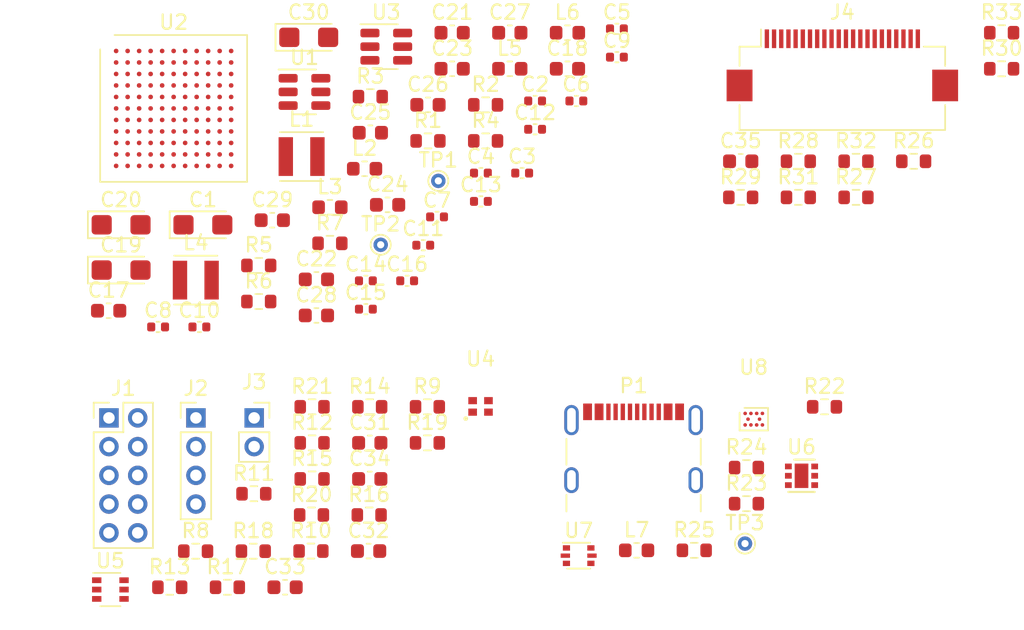
<source format=kicad_pcb>
(kicad_pcb (version 20211014) (generator pcbnew)
  (layers (0 "F.Cu" signal) (31 "B.Cu" signal) (34 "B.Paste" user) (35 "F.Paste" user) (36 "B.SilkS" user "B.Silkscreen") (37 "F.SilkS" user "F.Silkscreen") (38 "B.Mask" user) (39 "F.Mask" user) (44 "Edge.Cuts" user))
  (net 0 "")
  (net 1 "VBUS")
  (net 2 "GND")
  (net 3 "+3V3")
  (net 4 "+1V2")
  (net 5 "Net-(C18-Pad2)")
  (net 6 "/Power/U3TXVDDQ")
  (net 7 "/Power/U3RXVDDQ")
  (net 8 "/Power/CVDDQ")
  (net 9 "/Power/AVDD")
  (net 10 "Net-(C27-Pad2)")
  (net 11 "/CPU/USB_TX1_P")
  (net 12 "Net-(C33-Pad2)")
  (net 13 "/CPU/USB_TX1_N")
  (net 14 "Net-(C34-Pad2)")
  (net 15 "/MIPI Connector/VCC_CAM")
  (net 16 "Net-(J1-Pad1)")
  (net 17 "Net-(J1-Pad2)")
  (net 18 "Net-(J1-Pad4)")
  (net 19 "Net-(J1-Pad6)")
  (net 21 "Net-(J1-Pad8)")
  (net 22 "Net-(J1-Pad10)")
  (net 23 "/CPU/MIPI_PCLK")
  (net 24 "/CPU/MIPI_VSYNC")
  (net 25 "/CPU/MIPI_HSYNC")
  (net 26 "Net-(J3-Pad1)")
  (net 27 "Net-(J3-Pad2)")
  (net 28 "/CPU/MIPI_D0_N")
  (net 29 "/CPU/MIPI_D0_P")
  (net 30 "/CPU/MIPI_D1_N")
  (net 31 "/CPU/MIPI_D1_P")
  (net 32 "/CPU/MIPI_CLK_N")
  (net 33 "/CPU/MIPI_CLK_P")
  (net 34 "/CPU/MIPI_D2_N")
  (net 35 "/CPU/MIPI_D2_P")
  (net 36 "/CPU/MIPI_D3_N")
  (net 37 "/CPU/MIPI_D3_P")
  (net 38 "/MIPI Connector/CAM_IO0")
  (net 39 "/MIPI Connector/CAM_IO1")
  (net 40 "/MIPI Connector/I2C_SCL")
  (net 41 "/MIPI Connector/I2C_SDA")
  (net 42 "Net-(L1-Pad1)")
  (net 43 "Net-(L4-Pad1)")
  (net 44 "Net-(L7-Pad1)")
  (net 45 "/USB Connector/VBUS_CONN")
  (net 46 "Net-(P1-PadA5)")
  (net 47 "/USB Connector/D_CONN_P")
  (net 48 "/USB Connector/D_CONN_N")
  (net 50 "Net-(P1-PadB5)")
  (net 52 "Earth")
  (net 53 "/Power/EN_1V2")
  (net 54 "/Power/PG_1V2")
  (net 55 "/Power/EN_3V3")
  (net 56 "Net-(R10-Pad1)")
  (net 57 "/CPU/TMS")
  (net 58 "/CPU/TCK")
  (net 59 "/CPU/TDO")
  (net 60 "/CPU/TDI")
  (net 61 "/CPU/~{TRST}")
  (net 62 "/CPU/MIPI_MCLK")
  (net 63 "Net-(R18-Pad2)")
  (net 64 "/CPU/~{RESET}")
  (net 65 "Net-(R20-Pad2)")
  (net 66 "Net-(R21-Pad1)")
  (net 67 "/CPU/MIPI_GPIO0")
  (net 68 "/Power/PG_3V3")
  (net 69 "Net-(TP3-Pad1)")
  (net 70 "/CPU/USB_RX1_N")
  (net 71 "/CPU/USB_RX1_P")
  (net 72 "/CPU/USB_D_P")
  (net 73 "/CPU/USB_D_N")
  (net 91 "/CPU/OSC_19M2")
  (net 96 "/CPU/REFCLK")
  (net 103 "Net-(U4-Pad3)")
  (net 104 "/USB Connector/RX1_CONN_N")
  (net 105 "/USB Connector/RX1_CONN_P")
  (net 106 "/USB Connector/TX1_CONN_N")
  (net 107 "/USB Connector/TX1_CONN_P")
  (footprint "Resistor_SMD:R_0603_1608Metric" (layer "F.Cu") (at 242.165 28.41)
    (fp_text reference "R4" (at 0 -1.43) (layer "F.SilkS"))
    (fp_text value "0")
    (pad "1" smd roundrect (at -0.825 0) (size 0.8 0.95) (layers "F.Cu" "F.Paste" "F.Mask") (net 54 "/Power/PG_1V2"))
    (pad "2" smd roundrect (at 0.825 0) (size 0.8 0.95) (layers "F.Cu" "F.Paste" "F.Mask") (net 55 "/Power/EN_3V3"))
  )
  (footprint "Capacitor_SMD:C_0402_1005Metric" (layer "F.Cu") (at 241.835 32.62)
    (fp_text reference "C13" (at 0 -1.16) (layer "F.SilkS"))
    (fp_text value "22u")
    (pad "1" smd roundrect (at -0.48 0) (size 0.56 0.62) (layers "F.Cu" "F.Paste" "F.Mask") (net 4 "+1V2"))
    (pad "2" smd roundrect (at 0.48 0) (size 0.56 0.62) (layers "F.Cu" "F.Paste" "F.Mask") (net 2 "GND"))
  )
  (footprint "Capacitor_SMD:C_0603_1608Metric" (layer "F.Cu") (at 230.395 40.56)
    (fp_text reference "C28" (at 0 -1.43) (layer "F.SilkS"))
    (fp_text value "100n")
    (pad "1" smd roundrect (at -0.775 0) (size 0.9 0.95) (layers "F.Cu" "F.Paste" "F.Mask") (net 8 "/Power/CVDDQ"))
    (pad "2" smd roundrect (at 0.775 0) (size 0.9 0.95) (layers "F.Cu" "F.Paste" "F.Mask") (net 2 "GND"))
  )
  (footprint "Resistor_SMD:R_0603_1608Metric" (layer "F.Cu") (at 226.005 56.97)
    (fp_text reference "R18" (at 0 -1.43) (layer "F.SilkS"))
    (fp_text value "10k")
    (pad "1" smd roundrect (at -0.825 0) (size 0.8 0.95) (layers "F.Cu" "F.Paste" "F.Mask") (net 3 "+3V3"))
    (pad "2" smd roundrect (at 0.825 0) (size 0.8 0.95) (layers "F.Cu" "F.Paste" "F.Mask") (net 63 "Net-(R18-Pad2)"))
  )
  (footprint "Capacitor_SMD:C_0603_1608Metric" (layer "F.Cu") (at 239.835 23.39)
    (fp_text reference "C23" (at 0 -1.43) (layer "F.SilkS"))
    (fp_text value "22u")
    (pad "1" smd roundrect (at -0.775 0) (size 0.9 0.95) (layers "F.Cu" "F.Paste" "F.Mask") (net 6 "/Power/U3TXVDDQ"))
    (pad "2" smd roundrect (at 0.775 0) (size 0.9 0.95) (layers "F.Cu" "F.Paste" "F.Mask") (net 2 "GND"))
  )
  (footprint "Capacitor_SMD:C_0603_1608Metric" (layer "F.Cu") (at 234.025 56.96)
    (fp_text reference "C32" (at 0 -1.43) (layer "F.SilkS"))
    (fp_text value "100n")
    (pad "1" smd roundrect (at -0.775 0) (size 0.9 0.95) (layers "F.Cu" "F.Paste" "F.Mask") (net 3 "+3V3"))
    (pad "2" smd roundrect (at 0.775 0) (size 0.9 0.95) (layers "F.Cu" "F.Paste" "F.Mask") (net 2 "GND"))
  )
  (footprint "Resistor_SMD:R_0603_1608Metric" (layer "F.Cu") (at 231.335 35.54)
    (fp_text reference "R7" (at 0 -1.43) (layer "F.SilkS"))
    (fp_text value "33k")
    (pad "1" smd roundrect (at -0.825 0) (size 0.8 0.95) (layers "F.Cu" "F.Paste" "F.Mask") (net 10 "Net-(C27-Pad2)"))
    (pad "2" smd roundrect (at 0.825 0) (size 0.8 0.95) (layers "F.Cu" "F.Paste" "F.Mask") (net 2 "GND"))
  )
  (footprint "Capacitor_SMD:C_0402_1005Metric" (layer "F.Cu") (at 248.475 25.63)
    (fp_text reference "C6" (at 0 -1.16) (layer "F.SilkS"))
    (fp_text value "10n")
    (pad "1" smd roundrect (at -0.48 0) (size 0.56 0.62) (layers "F.Cu" "F.Paste" "F.Mask") (net 4 "+1V2"))
    (pad "2" smd roundrect (at 0.48 0) (size 0.56 0.62) (layers "F.Cu" "F.Paste" "F.Mask") (net 2 "GND"))
  )
  (footprint "Inductor_SMD:L_Neosid_SMS-ME3015" (layer "F.Cu") (at 229.365 29.5)
    (fp_text reference "L1" (at 0 -2.6) (layer "F.SilkS"))
    (fp_text value "2.2u")
    (pad "1" smd rect (at -1.1 0) (size 1 2.7) (layers "F.Cu" "F.Paste" "F.Mask") (net 42 "Net-(L1-Pad1)"))
    (pad "2" smd rect (at 1.1 0) (size 1 2.7) (layers "F.Cu" "F.Paste" "F.Mask") (net 4 "+1V2"))
  )
  (footprint "Capacitor_SMD:C_0402_1005Metric" (layer "F.Cu") (at 245.605 25.63)
    (fp_text reference "C2" (at 0 -1.16) (layer "F.SilkS"))
    (fp_text value "10n")
    (pad "1" smd roundrect (at -0.48 0) (size 0.56 0.62) (layers "F.Cu" "F.Paste" "F.Mask") (net 3 "+3V3"))
    (pad "2" smd roundrect (at 0.48 0) (size 0.56 0.62) (layers "F.Cu" "F.Paste" "F.Mask") (net 2 "GND"))
  )
  (footprint "Capacitor_SMD:C_0402_1005Metric" (layer "F.Cu") (at 241.835 30.65)
    (fp_text reference "C4" (at 0 -1.16) (layer "F.SilkS"))
    (fp_text value "10n")
    (pad "1" smd roundrect (at -0.48 0) (size 0.56 0.62) (layers "F.Cu" "F.Paste" "F.Mask") (net 4 "+1V2"))
    (pad "2" smd roundrect (at 0.48 0) (size 0.56 0.62) (layers "F.Cu" "F.Paste" "F.Mask") (net 2 "GND"))
  )
  (footprint "Capacitor_SMD:C_0402_1005Metric" (layer "F.Cu") (at 251.295 22.58)
    (fp_text reference "C9" (at 0 -1.16) (layer "F.SilkS"))
    (fp_text value "10n")
    (pad "1" smd roundrect (at -0.48 0) (size 0.56 0.62) (layers "F.Cu" "F.Paste" "F.Mask") (net 4 "+1V2"))
    (pad "2" smd roundrect (at 0.48 0) (size 0.56 0.62) (layers "F.Cu" "F.Paste" "F.Mask") (net 2 "GND"))
  )
  (footprint "Connector_PinSocket_2.00mm:PinSocket_1x02_P2.00mm_Vertical" (layer "F.Cu") (at 226.065 47.69)
    (fp_text reference "J3" (at 0 -2.5) (layer "F.SilkS"))
    (fp_text value "Conn_01x02_Male")
    (pad "1" thru_hole rect (at 0 0) (size 1.35 1.35) (drill 0.8) (layers *.Cu *.Mask) (net 26 "Net-(J3-Pad1)"))
    (pad "2" thru_hole oval (at 0 2) (size 1.35 1.35) (drill 0.8) (layers *.Cu *.Mask) (net 27 "Net-(J3-Pad2)"))
  )
  (footprint "Resistor_SMD:R_0603_1608Metric" (layer "F.Cu") (at 278.055 20.88)
    (fp_text reference "R33" (at 0 -1.43) (layer "F.SilkS"))
    (fp_text value "100")
    (pad "1" smd roundrect (at -0.825 0) (size 0.8 0.95) (layers "F.Cu" "F.Paste" "F.Mask") (net 39 "/MIPI Connector/CAM_IO1"))
    (pad "2" smd roundrect (at 0.825 0) (size 0.8 0.95) (layers "F.Cu" "F.Paste" "F.Mask") (net 62 "/CPU/MIPI_MCLK"))
  )
  (footprint "Capacitor_SMD:C_0603_1608Metric" (layer "F.Cu") (at 239.835 20.88)
    (fp_text reference "C21" (at 0 -1.43) (layer "F.SilkS"))
    (fp_text value "100n")
    (pad "1" smd roundrect (at -0.775 0) (size 0.9 0.95) (layers "F.Cu" "F.Paste" "F.Mask") (net 6 "/Power/U3TXVDDQ"))
    (pad "2" smd roundrect (at 0.775 0) (size 0.9 0.95) (layers "F.Cu" "F.Paste" "F.Mask") (net 2 "GND"))
  )
  (footprint "Resistor_SMD:R_0603_1608Metric" (layer "F.Cu") (at 230.095 49.43)
    (fp_text reference "R12" (at 0 -1.43) (layer "F.SilkS"))
    (fp_text value "100")
    (pad "1" smd roundrect (at -0.825 0) (size 0.8 0.95) (layers "F.Cu" "F.Paste" "F.Mask") (net 18 "Net-(J1-Pad4)"))
    (pad "2" smd roundrect (at 0.825 0) (size 0.8 0.95) (layers "F.Cu" "F.Paste" "F.Mask") (net 58 "/CPU/TCK"))
  )
  (footprint "Package_BGA:XBGA-121_10x10mm_Layout11x11_P0.8mm" (layer "F.Cu") (at 220.465 26.15)
    (fp_text reference "U2" (at 0 -6) (layer "F.SilkS"))
    (fp_text value "CYUSB306X")
    (pad "A1" smd circle (at -4 -4) (size 0.32 0.32) (layers "F.Cu" "F.Paste" "F.Mask") (net 2 "GND"))
    (pad "A2" smd circle (at -3.2 -4) (size 0.32 0.32) (layers "F.Cu" "F.Paste" "F.Mask") (net 7 "/Power/U3RXVDDQ"))
    (pad "A3" smd circle (at -2.4 -4) (size 0.32 0.32) (layers "F.Cu" "F.Paste" "F.Mask") (net 70 "/CPU/USB_RX1_N"))
    (pad "A4" smd circle (at -1.6 -4) (size 0.32 0.32) (layers "F.Cu" "F.Paste" "F.Mask") (net 71 "/CPU/USB_RX1_P"))
    (pad "A5" smd circle (at -0.8 -4) (size 0.32 0.32) (layers "F.Cu" "F.Paste" "F.Mask") (net 12 "Net-(C33-Pad2)"))
    (pad "A6" smd circle (at 0 -4) (size 0.32 0.32) (layers "F.Cu" "F.Paste" "F.Mask") (net 14 "Net-(C34-Pad2)"))
    (pad "A7" smd circle (at 0.8 -4) (size 0.32 0.32) (layers "F.Cu" "F.Paste" "F.Mask") (net 9 "/Power/AVDD"))
    (pad "A8" smd circle (at 1.6 -4) (size 0.32 0.32) (layers "F.Cu" "F.Paste" "F.Mask") (net 2 "GND"))
    (pad "A9" smd circle (at 2.4 -4) (size 0.32 0.32) (layers "F.Cu" "F.Paste" "F.Mask") (net 72 "/CPU/USB_D_P"))
    (pad "A10" smd circle (at 3.2 -4) (size 0.32 0.32) (layers "F.Cu" "F.Paste" "F.Mask") (net 73 "/CPU/USB_D_N"))
    (pad "A11" smd circle (at 4 -4) (size 0.32 0.32) (layers "F.Cu" "F.Paste" "F.Mask"))
    (pad "B1" smd circle (at -4 -3.2) (size 0.32 0.32) (layers "F.Cu" "F.Paste" "F.Mask") (net 3 "+3V3"))
    (pad "B2" smd circle (at -3.2 -3.2) (size 0.32 0.32) (layers "F.Cu" "F.Paste" "F.Mask") (net 2 "GND"))
    (pad "B3" smd circle (at -2.4 -3.2) (size 0.32 0.32) (layers "F.Cu" "F.Paste" "F.Mask"))
    (pad "B4" smd circle (at -1.6 -3.2) (size 0.32 0.32) (layers "F.Cu" "F.Paste" "F.Mask"))
    (pad "B5" smd circle (at -0.8 -3.2) (size 0.32 0.32) (layers "F.Cu" "F.Paste" "F.Mask") (net 6 "/Power/U3TXVDDQ"))
    (pad "B6" smd circle (at 0 -3.2) (size 0.32 0.32) (layers "F.Cu" "F.Paste" "F.Mask") (net 8 "/Power/CVDDQ"))
    (pad "B7" smd circle (at 0.8 -3.2) (size 0.32 0.32) (layers "F.Cu" "F.Paste" "F.Mask") (net 2 "GND"))
    (pad "B8" smd circle (at 1.6 -3.2) (size 0.32 0.32) (layers "F.Cu" "F.Paste" "F.Mask") (net 2 "GND"))
    (pad "B9" smd circle (at 2.4 -3.2) (size 0.32 0.32) (layers "F.Cu" "F.Paste" "F.Mask") (net 2 "GND"))
    (pad "B10" smd circle (at 3.2 -3.2) (size 0.32 0.32) (layers "F.Cu" "F.Paste" "F.Mask") (net 4 "+1V2"))
    (pad "B11" smd circle (at 4 -3.2) (size 0.32 0.32) (layers "F.Cu" "F.Paste" "F.Mask") (net 61 "/CPU/~{TRST}"))
    (pad "C1" smd circle (at -4 -2.4) (size 0.32 0.32) (layers "F.Cu" "F.Paste" "F.Mask"))
    (pad "C2" smd circle (at -3.2 -2.4) (size 0.32 0.32) (layers "F.Cu" "F.Paste" "F.Mask"))
    (pad "C3" smd circle (at -2.4 -2.4) (size 0.32 0.32) (layers "F.Cu" "F.Paste" "F.Mask") (net 4 "+1V2"))
    (pad "C4" smd circle (at -1.6 -2.4) (size 0.32 0.32) (layers "F.Cu" "F.Paste" "F.Mask"))
    (pad "C5" smd circle (at -0.8 -2.4) (size 0.32 0.32) (layers "F.Cu" "F.Paste" "F.Mask") (net 64 "/CPU/~{RESET}"))
    (pad "C6" smd circle (at 0 -2.4) (size 0.32 0.32) (layers "F.Cu" "F.Paste" "F.Mask"))
    (pad "C7" smd circle (at 0.8 -2.4) (size 0.32 0.32) (layers "F.Cu" "F.Paste" "F.Mask"))
    (pad "C8" smd circle (at 1.6 -2.4) (size 0.32 0.32) (layers "F.Cu" "F.Paste" "F.Mask"))
    (pad "C9" smd circle (at 2.4 -2.4) (size 0.32 0.32) (layers "F.Cu" "F.Paste" "F.Mask"))
    (pad "C10" smd circle (at 3.2 -2.4) (size 0.32 0.32) (layers "F.Cu" "F.Paste" "F.Mask") (net 59 "/CPU/TDO"))
    (pad "C11" smd circle (at 4 -2.4) (size 0.32 0.32) (layers "F.Cu" "F.Paste" "F.Mask"))
    (pad "D1" smd circle (at -4 -1.6) (size 0.32 0.32) (layers "F.Cu" "F.Paste" "F.Mask"))
    (pad "D2" smd circle (at -3.2 -1.6) (size 0.32 0.32) (layers "F.Cu" "F.Paste" "F.Mask"))
    (pad "D3" smd circle (at -2.4 -1.6) (size 0.32 0.32) (layers "F.Cu" "F.Paste" "F.Mask"))
    (pad "D4" smd circle (at -1.6 -1.6) (size 0.32 0.32) (layers "F.Cu" "F.Paste" "F.Mask"))
    (pad "D5" smd circle (at -0.8 -1.6) (size 0.32 0.32) (layers "F.Cu" "F.Paste" "F.Mask"))
    (pad "D6" smd circle (at 0 -1.6) (size 0.32 0.32) (layers "F.Cu" "F.Paste" "F.Mask"))
    (pad "D7" smd circle (at 0.8 -1.6) (size 0.32 0.32) (layers "F.Cu" "F.Paste" "F.Mask") (net 91 "/CPU/OSC_19M2"))
    (pad "D8" smd circle (at 1.6 -1.6) (size 0.32 0.32) (layers "F.Cu" "F.Paste" "F.Mask") (net 2 "GND"))
    (pad "D9" smd circle (at 2.4 -1.6) (size 0.32 0.32) (layers "F.Cu" "F.Paste" "F.Mask") (net 40 "/MIPI Connector/I2C_SCL"))
    (pad "D10" smd circle (at 3.2 -1.6) (size 0.32 0.32) (layers "F.Cu" "F.Paste" "F.Mask") (net 41 "/MIPI Connector/I2C_SDA"))
    (pad "D11" smd circle (at 4 -1.6) (size 0.32 0.32) (layers "F.Cu" "F.Paste" "F.Mask") (net 67 "/CPU/MIPI_GPIO0"))
    (pad "E1" smd circle (at -4 -0.8) (size 0.32 0.32) (layers "F.Cu" "F.Paste" "F.Mask"))
    (pad "E2" smd circle (at -3.2 -0.8) (size 0.32 0.32) (layers "F.Cu" "F.Paste" "F.Mask") (net 2 "GND"))
    (pad "E3" smd circle (at -2.4 -0.8) (size 0.32 0.32) (layers "F.Cu" "F.Paste" "F.Mask") (net 3 "+3V3"))
    (pad "E4" smd circle (at -1.6 -0.8) (size 0.32 0.32) (layers "F.Cu" "F.Paste" "F.Mask"))
    (pad "E5" smd circle (at -0.8 -0.8) (size 0.32 0.32) (layers "F.Cu" "F.Paste" "F.Mask"))
    (pad "E6" smd circle (at 0 -0.8) (size 0.32 0.32) (layers "F.Cu" "F.Paste" "F.Mask"))
    (pad "E7" smd circle (at 0.8 -0.8) (size 0.32 0.32) (layers "F.Cu" "F.Paste" "F.Mask") (net 60 "/CPU/TDI"))
    (pad "E8" smd circle (at 1.6 -0.8) (size 0.32 0.32) (layers "F.Cu" "F.Paste" "F.Mask") (net 57 "/CPU/TMS"))
    (pad "E9" smd circle (at 2.4 -0.8) (size 0.32 0.32) (layers "F.Cu" "F.Paste" "F.Mask") (net 4 "+1V2"))
    (pad "E10" smd circle (at 3.2 -0.8) (size 0.32 0.32) (layers "F.Cu" "F.Paste" "F.Mask") (net 1 "VBUS"))
    (pad "E11" smd circle (at 4 -0.8) (size 0.32 0.32) (layers "F.Cu" "F.Paste" "F.Mask") (net 2 "GND"))
    (pad "F1" smd circle (at -4 0) (size 0.32 0.32) (layers "F.Cu" "F.Paste" "F.Mask"))
    (pad "F2" smd circle (at -3.2 0) (size 0.32 0.32) (layers "F.Cu" "F.Paste" "F.Mask") (net 96 "/CPU/REFCLK"))
    (pad "F3" smd circle (at -2.4 0) (size 0.32 0.32) (layers "F.Cu" "F.Paste" "F.Mask"))
    (pad "F4" smd circle (at -1.6 0) (size 0.32 0.32) (layers "F.Cu" "F.Paste" "F.Mask"))
    (pad "F5" smd circle (at -0.8 0) (size 0.32 0.32) (layers "F.Cu" "F.Paste" "F.Mask"))
    (pad "F6" smd circle (at 0 0) (size 0.32 0.32) (layers "F.Cu" "F.Paste" "F.Mask") (net 58 "/CPU/TCK"))
    (pad "F7" smd circle (at 0.8 0) (size 0.32 0.32) (layers "F.Cu" "F.Paste" "F.Mask"))
    (pad "F8" smd circle (at 1.6 0) (size 0.32 0.32) (layers "F.Cu" "F.Paste" "F.Mask"))
    (pad "F9" smd circle (at 2.4 0) (size 0.32 0.32) (layers "F.Cu" "F.Paste" "F.Mask"))
    (pad "F10" smd circle (at 3.2 0) (size 0.32 0.32) (layers "F.Cu" "F.Paste" "F.Mask"))
    (pad "F11" smd circle (at 4 0) (size 0.32 0.32) (layers "F.Cu" "F.Paste" "F.Mask") (net 4 "+1V2"))
    (pad "G1" smd circle (at -4 0.8) (size 0.32 0.32) (layers "F.Cu" "F.Paste" "F.Mask") (net 2 "GND"))
    (pad "G2" smd circle (at -3.2 0.8) (size 0.32 0.32) (layers "F.Cu" "F.Paste" "F.Mask"))
    (pad "G3" smd circle (at -2.4 0.8) (size 0.32 0.32) (layers "F.Cu" "F.Paste" "F.Mask") (net 65 "Net-(R20-Pad2)"))
    (pad "G4" smd circle (at -1.6 0.8) (size 0.32 0.32) (layers "F.Cu" "F.Paste" "F.Mask") (net 27 "Net-(J3-Pad2)"))
    (pad "G5" smd circle (at -0.8 0.8) (size 0.32 0.32) (layers "F.Cu" "F.Paste" "F.Mask"))
    (pad "G6" smd circle (at 0 0.8) (size 0.32 0.32) (layers "F.Cu" "F.Paste" "F.Mask") (net 25 "/CPU/MIPI_HSYNC"))
    (pad "G7" smd circle (at 0.8 0.8) (size 0.32 0.32) (layers "F.Cu" "F.Paste" "F.Mask"))
    (pad "G8" smd circle (at 1.6 0.8) (size 0.32 0.32) (layers "F.Cu" "F.Paste" "F.Mask"))
    (pad "G9" smd circle (at 2.4 0.8) (size 0.32 0.32) (layers "F.Cu" "F.Paste" "F.Mask"))
    (pad "G10" smd circle (at 3.2 0.8) (size 0.32 0.32) (layers "F.Cu" "F.Paste" "F.Mask"))
    (pad "G11" smd circle (at 4 0.8) (size 0.32 0.32) (layers "F.Cu" "F.Paste" "F.Mask") (net 2 "GND"))
    (pad "H1" smd circle (at -4 1.6) (size 0.32 0.32) (layers "F.Cu" "F.Paste" "F.Mask") (net 4 "+1V2"))
    (pad "H2" smd circle (at -3.2 1.6) (size 0.32 0.32) (layers "F.Cu" "F.Paste" "F.Mask"))
    (pad "H3" smd circle (at -2.4 1.6) (size 0.32 0.32) (layers "F.Cu" "F.Paste" "F.Mask"))
    (pad "H4" smd circle (at -1.6 1.6) (size 0.32 0.32) (layers "F.Cu" "F.Paste" "F.Mask") (net 63 "Net-(R18-Pad2)"))
    (pad "H5" smd circle (at -0.8 1.6) (size 0.32 0.32) (layers "F.Cu" "F.Paste" "F.Mask") (net 24 "/CPU/MIPI_VSYNC"))
    (pad "H6" smd circle (at 0 1.6) (size 0.32 0.32) (layers "F.Cu" "F.Paste" "F.Mask") (net 66 "Net-(R21-Pad1)"))
    (pad "H7" smd circle (at 0.8 1.6) (size 0.32 0.32) (layers "F.Cu" "F.Paste" "F.Mask"))
    (pad "H8" smd circle (at 1.6 1.6) (size 0.32 0.32) (layers "F.Cu" "F.Paste" "F.Mask") (net 23 "/CPU/MIPI_PCLK"))
    (pad "H9" smd circle (at 2.4 1.6) (size 0.32 0.32) (layers "F.Cu" "F.Paste" "F.Mask"))
    (pad "H10" smd circle (at 3.2 1.6) (size 0.32 0.32) (layers "F.Cu" "F.Paste" "F.Mask"))
    (pad "H11" smd circle (at 4 1.6) (size 0.32 0.32) (layers "F.Cu" "F.Paste" "F.Mask") (net 3 "+3V3"))
    (pad "J1" smd circle (at -4 2.4) (size 0.32 0.32) (layers "F.Cu" "F.Paste" "F.Mask"))
    (pad "J2" smd circle (at -3.2 2.4) (size 0.32 0.32) (layers "F.Cu" "F.Paste" "F.Mask"))
    (pad "J3" smd circle (at -2.4 2.4) (size 0.32 0.32) (layers "F.Cu" "F.Paste" "F.Mask"))
    (pad "J4" smd circle (at -1.6 2.4) (size 0.32 0.32) (layers "F.Cu" "F.Paste" "F.Mask"))
    (pad "J5" smd circle (at -0.8 2.4) (size 0.32 0.32) (layers "F.Cu" "F.Paste" "F.Mask") (net 29 "/CPU/MIPI_D0_P"))
    (pad "J6" smd circle (at 0 2.4) (size 0.32 0.32) (layers "F.Cu" "F.Paste" "F.Mask") (net 31 "/CPU/MIPI_D1_P"))
    (pad "J7" smd circle (at 0.8 2.4) (size 0.32 0.32) (layers "F.Cu" "F.Paste" "F.Mask") (net 33 "/CPU/MIPI_CLK_P"))
    (pad "J8" smd circle (at 1.6 2.4) (size 0.32 0.32) (layers "F.Cu" "F.Paste" "F.Mask") (net 35 "/CPU/MIPI_D2_P"))
    (pad "J9" smd circle (at 2.4 2.4) (size 0.32 0.32) (layers "F.Cu" "F.Paste" "F.Mask") (net 34 "/CPU/MIPI_D2_N"))
    (pad "J10" smd circle (at 3.2 2.4) (size 0.32 0.32) (layers "F.Cu" "F.Paste" "F.Mask"))
    (pad "J11" smd circle (at 4 2.4) (size 0.32 0.32) (layers "F.Cu" "F.Paste" "F.Mask") (net 4 "+1V2"))
    (pad "K1" smd circle (at -4 3.2) (size 0.32 0.32) (layers "F.Cu" "F.Paste" "F.Mask"))
    (pad "K2" smd circle (at -3.2 3.2) (size 0.32 0.32) (layers "F.Cu" "F.Paste" "F.Mask"))
    (pad "K3" smd circle (at -2.4 3.2) (size 0.32 0.32) (layers "F.Cu" "F.Paste" "F.Mask") (net 2 "GND"))
    (pad "K4" smd circle (at -1.6 3.2) (size 0.32 0.32) (layers "F.Cu" "F.Paste" "F.Mask") (net 2 "GND"))
    (pad "K5" smd circle (at -0.8 3.2) (size 0.32 0.32) (layers "F.Cu" "F.Paste" "F.Mask") (net 28 "/CPU/MIPI_D0_N"))
    (pad "K6" smd circle (at 0 3.2) (size 0.32 0.32) (layers "F.Cu" "F.Paste" "F.Mask") (net 30 "/CPU/MIPI_D1_N"))
    (pad "K7" smd circle (at 0.8 3.2) (size 0.32 0.32) (layers "F.Cu" "F.Paste" "F.Mask") (net 32 "/CPU/MIPI_CLK_N"))
    (pad "K8" smd circle (at 1.6 3.2) (size 0.32 0.32) (layers "F.Cu" "F.Paste" "F.Mask") (net 36 "/CPU/MIPI_D3_N"))
    (pad "K9" smd circle (at 2.4 3.2) (size 0.32 0.32) (layers "F.Cu" "F.Paste" "F.Mask"))
    (pad "K10" smd circle (at 3.2 3.2) (size 0.32 0.32) (layers "F.Cu" "F.Paste" "F.Mask"))
    (pad "K11" smd circle (at 4 3.2) (size 0.32 0.32) (layers "F.Cu" "F.Paste" "F.Mask"))
    (pad "L1" smd circle (at -4 4) (size 0.32 0.32) (layers "F.Cu" "F.Paste" "F.Mask") (net 2 "GND"))
    (pad "L2" smd circle (at -3.2 4) (size 0.32 0.32) (layers "F.Cu" "F.Paste" "F.Mask") (net 2 "GND"))
    (pad "L3" smd circle (at -2.4 4) (size 0.32 0.32) (layers "F.Cu" "F.Paste" "F.Mask") (net 2 "GND"))
    (pad "L4" smd circle (at -1.6 4) (size 0.32 0.32) (layers "F.Cu" "F.Paste" "F.Mask"))
    (pad "L5" smd circle (at -0.8 4) (size 0.32 0.32) (layers "F.Cu" "F.Paste" "F.Mask") (net 4 "+1V2"))
    (pad "L6" smd circle (at 0 4) (size 0.32 0.32) (layers "F.Cu" "F.Paste" "F.Mask") (net 2 "GND"))
    (pad "L7" smd circle (at 0.8 4) (size 0.32 0.32) (layers "F.Cu" "F.Paste" "F.Mask") (net 4 "+1V2"))
    (pad "L8" smd circle (at 1.6 4) (size 0.32 0.32) (layers "F.Cu" "F.Paste" "F.Mask") (net 37 "/CPU/MIPI_D3_P"))
    (pad "L9" smd circle (at 2.4 4) (size 0.32 0.32) (layers "F.Cu" "F.Paste" "F.Mask") (net 3 "+3V3"))
    (pad "L10" smd circle (at 3.2 4) (size 0.32 0.32) (layers "F.Cu" "F.Paste" "F.Mask"))
    (pad "L11" smd circle (at 4 4) (size 0.32 0.32) (layers "F.Cu" "F.Paste" "F.Mask") (net 2 "GND"))
  )
  (footprint "Resistor_SMD:R_0603_1608Metric" (layer "F.Cu") (at 234.145 25.33)
    (fp_text reference "R3" (at 0 -1.43) (layer "F.SilkS"))
    (fp_text value "100k")
    (pad "1" smd roundrect (at -0.825 0) (size 0.8 0.95) (layers "F.Cu" "F.Paste" "F.Mask") (net 5 "Net-(C18-Pad2)"))
    (pad "2" smd roundrect (at 0.825 0) (size 0.8 0.95) (layers "F.Cu" "F.Paste" "F.Mask") (net 2 "GND"))
  )
  (footprint "Package_TO_SOT_SMD:TSOT-23-6" (layer "F.Cu") (at 229.565 25)
    (fp_text reference "U1" (at 0 -2.4) (layer "F.SilkS"))
    (fp_text value "AP3402")
    (pad "1" smd roundrect (at -1.1375 -0.95) (size 1.325 0.6) (layers "F.Cu" "F.Paste" "F.Mask") (net 53 "/Power/EN_1V2"))
    (pad "2" smd roundrect (at -1.1375 0) (size 1.325 0.6) (layers "F.Cu" "F.Paste" "F.Mask") (net 2 "GND"))
    (pad "3" smd roundrect (at -1.1375 0.95) (size 1.325 0.6) (layers "F.Cu" "F.Paste" "F.Mask") (net 42 "Net-(L1-Pad1)"))
    (pad "4" smd roundrect (at 1.1375 0.95) (size 1.325 0.6) (layers "F.Cu" "F.Paste" "F.Mask") (net 1 "VBUS"))
    (pad "5" smd roundrect (at 1.1375 0) (size 1.325 0.6) (layers "F.Cu" "F.Paste" "F.Mask") (net 54 "/Power/PG_1V2"))
    (pad "6" smd roundrect (at 1.1375 -0.95) (size 1.325 0.6) (layers "F.Cu" "F.Paste" "F.Mask") (net 5 "Net-(C18-Pad2)"))
  )
  (footprint "Capacitor_SMD:C_0402_1005Metric" (layer "F.Cu") (at 245.605 27.6)
    (fp_text reference "C12" (at 0 -1.16) (layer "F.SilkS"))
    (fp_text value "10n")
    (pad "1" smd roundrect (at -0.48 0) (size 0.56 0.62) (layers "F.Cu" "F.Paste" "F.Mask") (net 4 "+1V2"))
    (pad "2" smd roundrect (at 0.48 0) (size 0.56 0.62) (layers "F.Cu" "F.Paste" "F.Mask") (net 2 "GND"))
  )
  (footprint "Capacitor_Tantalum_SMD:CP_EIA-3216-18_Kemet-A" (layer "F.Cu") (at 216.81 34.25)
    (fp_text reference "C20" (at 0 -1.75) (layer "F.SilkS"))
    (fp_text value "22u")
    (pad "1" smd roundrect (at -1.35 0) (size 1.4 1.35) (layers "F.Cu" "F.Paste" "F.Mask") (roundrect_rratio 0.185185) (net 1 "VBUS"))
    (pad "2" smd roundrect (at 1.35 0) (size 1.4 1.35) (layers "F.Cu" "F.Paste" "F.Mask") (roundrect_rratio 0.185185) (net 2 "GND"))
  )
  (footprint "Connector_PinHeader_2.00mm:PinHeader_2x05_P2.00mm_Vertical" (layer "F.Cu") (at 215.965 47.69)
    (fp_text reference "J1" (at 1 -2.06) (layer "F.SilkS"))
    (fp_text value "Conn_02x05_Odd_Even")
    (pad "1" thru_hole rect (at 0 0) (size 1.35 1.35) (drill 0.8) (layers *.Cu *.Mask) (net 16 "Net-(J1-Pad1)"))
    (pad "2" thru_hole oval (at 2 0) (size 1.35 1.35) (drill 0.8) (layers *.Cu *.Mask) (net 17 "Net-(J1-Pad2)"))
    (pad "3" thru_hole oval (at 0 2) (size 1.35 1.35) (drill 0.8) (layers *.Cu *.Mask) (net 2 "GND"))
    (pad "4" thru_hole oval (at 2 2) (size 1.35 1.35) (drill 0.8) (layers *.Cu *.Mask) (net 18 "Net-(J1-Pad4)"))
    (pad "5" thru_hole oval (at 0 4) (size 1.35 1.35) (drill 0.8) (layers *.Cu *.Mask) (net 2 "GND"))
    (pad "6" thru_hole oval (at 2 4) (size 1.35 1.35) (drill 0.8) (layers *.Cu *.Mask) (net 19 "Net-(J1-Pad6)"))
    (pad "7" thru_hole oval (at 0 6) (size 1.35 1.35) (drill 0.8) (layers *.Cu *.Mask))
    (pad "8" thru_hole oval (at 2 6) (size 1.35 1.35) (drill 0.8) (layers *.Cu *.Mask) (net 21 "Net-(J1-Pad8)"))
    (pad "9" thru_hole oval (at 0 8) (size 1.35 1.35) (drill 0.8) (layers *.Cu *.Mask) (net 2 "GND"))
    (pad "10" thru_hole oval (at 2 8) (size 1.35 1.35) (drill 0.8) (layers *.Cu *.Mask) (net 22 "Net-(J1-Pad10)"))
  )
  (footprint "Capacitor_Tantalum_SMD:CP_EIA-3216-18_Kemet-A" (layer "F.Cu") (at 229.86 21.2)
    (fp_text reference "C30" (at 0 -1.75) (layer "F.SilkS"))
    (fp_text value "22u")
    (pad "1" smd roundrect (at -1.35 0) (size 1.4 1.35) (layers "F.Cu" "F.Paste" "F.Mask") (roundrect_rratio 0.185185) (net 3 "+3V3"))
    (pad "2" smd roundrect (at 1.35 0) (size 1.4 1.35) (layers "F.Cu" "F.Paste" "F.Mask") (roundrect_rratio 0.185185) (net 2 "GND"))
  )
  (footprint "Capacitor_SMD:C_0603_1608Metric" (layer "F.Cu") (at 243.845 20.88)
    (fp_text reference "C27" (at 0 -1.43) (layer "F.SilkS"))
    (fp_text value "22p")
    (pad "1" smd roundrect (at -0.775 0) (size 0.9 0.95) (layers "F.Cu" "F.Paste" "F.Mask") (net 3 "+3V3"))
    (pad "2" smd roundrect (at 0.775 0) (size 0.9 0.95) (layers "F.Cu" "F.Paste" "F.Mask") (net 10 "Net-(C27-Pad2)"))
  )
  (footprint "samaritan:udfn-6_2x2" (layer "F.Cu") (at 264.135 51.72)
    (fp_text reference "U6" (at 0 -2 unlocked) (layer "F.SilkS"))
    (fp_text value "NCP361")
    (pad "1" smd rect (at -0.915 -0.65) (size 0.47 0.4) (layers "F.Cu" "F.Paste" "F.Mask") (net 45 "/USB Connector/VBUS_CONN"))
    (pad "2" smd rect (at -0.915 0) (size 0.47 0.4) (layers "F.Cu" "F.Paste" "F.Mask") (net 2 "GND"))
    (pad "3" smd rect (at -0.915 0.65) (size 0.47 0.4) (layers "F.Cu" "F.Paste" "F.Mask") (net 2 "GND"))
    (pad "4" smd rect (at 0.915 0.65) (size 0.47 0.4) (layers "F.Cu" "F.Paste" "F.Mask") (net 69 "Net-(TP3-Pad1)"))
    (pad "5" smd rect (at 0.915 0) (size 0.47 0.4) (layers "F.Cu" "F.Paste" "F.Mask") (net 1 "VBUS"))
    (pad "6" smd rect (at 0.915 -0.65) (size 0.47 0.4) (layers "F.Cu" "F.Paste" "F.Mask"))
    (pad "9" smd rect (at 0 0) (size 0.95 1.7) (layers "F.Cu" "F.Mask"))
  )
  (footprint "Inductor_SMD:L_0603_1608Metric" (layer "F.Cu") (at 247.855 20.88)
    (fp_text reference "L6" (at 0 -1.43) (layer "F.SilkS"))
    (fp_text value "L")
    (pad "1" smd roundrect (at -0.7875 0) (size 0.875 0.95) (layers "F.Cu" "F.Paste" "F.Mask") (net 9 "/Power/AVDD"))
    (pad "2" smd roundrect (at 0.7875 0) (size 0.875 0.95) (layers "F.Cu" "F.Paste" "F.Mask") (net 4 "+1V2"))
  )
  (footprint "Resistor_SMD:R_0603_1608Metric" (layer "F.Cu") (at 238.115 49.43)
    (fp_text reference "R19" (at 0 -1.43) (layer "F.SilkS"))
    (fp_text value "10k")
    (pad "1" smd roundrect (at -0.825 0) (size 0.8 0.95) (layers "F.Cu" "F.Paste" "F.Mask") (net 3 "+3V3"))
    (pad "2" smd roundrect (at 0.825 0) (size 0.8 0.95) (layers "F.Cu" "F.Paste" "F.Mask") (net 64 "/CPU/~{RESET}"))
  )
  (footprint "Resistor_SMD:R_0603_1608Metric" (layer "F.Cu") (at 263.915 29.83)
    (fp_text reference "R28" (at 0 -1.43) (layer "F.SilkS"))
    (fp_text value "0")
    (pad "1" smd roundrect (at -0.825 0) (size 0.8 0.95) (layers "F.Cu" "F.Paste" "F.Mask") (net 15 "/MIPI Connector/VCC_CAM"))
    (pad "2" smd roundrect (at 0.825 0) (size 0.8 0.95) (layers "F.Cu" "F.Paste" "F.Mask") (net 3 "+3V3"))
  )
  (footprint "Resistor_SMD:R_0603_1608Metric" (layer "F.Cu") (at 278.055 23.39)
    (fp_text reference "R30" (at 0 -1.43) (layer "F.SilkS"))
    (fp_text value "10k")
    (pad "1" smd roundrect (at -0.825 0) (size 0.8 0.95) (layers "F.Cu" "F.Paste" "F.Mask") (net 3 "+3V3"))
    (pad "2" smd roundrect (at 0.825 0) (size 0.8 0.95) (layers "F.Cu" "F.Paste" "F.Mask") (net 41 "/MIPI Connector/I2C_SDA"))
  )
  (footprint "Resistor_SMD:R_0603_1608Metric" (layer "F.Cu") (at 230.095 46.92)
    (fp_text reference "R21" (at 0 -1.43) (layer "F.SilkS"))
    (fp_text value "10k")
    (pad "1" smd roundrect (at -0.825 0) (size 0.8 0.95) (layers "F.Cu" "F.Paste" "F.Mask") (net 66 "Net-(R21-Pad1)"))
    (pad "2" smd roundrect (at 0.825 0) (size 0.8 0.95) (layers "F.Cu" "F.Paste" "F.Mask") (net 2 "GND"))
  )
  (footprint "Resistor_SMD:R_0603_1608Metric" (layer "F.Cu") (at 263.915 32.34)
    (fp_text reference "R31" (at 0 -1.43) (layer "F.SilkS"))
    (fp_text value "10k")
    (pad "1" smd roundrect (at -0.825 0) (size 0.8 0.95) (layers "F.Cu" "F.Paste" "F.Mask") (net 3 "+3V3"))
    (pad "2" smd roundrect (at 0.825 0) (size 0.8 0.95) (layers "F.Cu" "F.Paste" "F.Mask") (net 40 "/MIPI Connector/I2C_SCL"))
  )
  (footprint "Capacitor_SMD:C_0603_1608Metric" (layer "F.Cu") (at 234.145 27.84)
    (fp_text reference "C25" (at 0 -1.43) (layer "F.SilkS"))
    (fp_text value "10n")
    (pad "1" smd roundrect (at -0.775 0) (size 0.9 0.95) (layers "F.Cu" "F.Paste" "F.Mask") (net 8 "/Power/CVDDQ"))
    (pad "2" smd roundrect (at 0.775 0) (size 0.9 0.95) (layers "F.Cu" "F.Paste" "F.Mask") (net 2 "GND"))
  )
  (footprint "Capacitor_SMD:C_0402_1005Metric" (layer "F.Cu") (at 238.785 33.7)
    (fp_text reference "C7" (at 0 -1.16) (layer "F.SilkS"))
    (fp_text value "10n")
    (pad "1" smd roundrect (at -0.48 0) (size 0.56 0.62) (layers "F.Cu" "F.Paste" "F.Mask") (net 4 "+1V2"))
    (pad "2" smd roundrect (at 0.48 0) (size 0.56 0.62) (layers "F.Cu" "F.Paste" "F.Mask") (net 2 "GND"))
  )
  (footprint "Capacitor_SMD:C_0402_1005Metric" (layer "F.Cu") (at 233.835 38.15)
    (fp_text reference "C14" (at 0 -1.16) (layer "F.SilkS"))
    (fp_text value "10n")
    (pad "1" smd roundrect (at -0.48 0) (size 0.56 0.62) (layers "F.Cu" "F.Paste" "F.Mask") (net 3 "+3V3"))
    (pad "2" smd roundrect (at 0.48 0) (size 0.56 0.62) (layers "F.Cu" "F.Paste" "F.Mask") (net 2 "GND"))
  )
  (footprint "TestPoint:TestPoint_THTPad_D1.0mm_Drill0.5mm" (layer "F.Cu") (at 234.865 35.64)
    (fp_text reference "TP2" (at 0 -1.448) (layer "F.SilkS"))
    (fp_text value "TestPoint")
    (pad "1" thru_hole circle (at 0 0) (size 1 1) (drill 0.5) (layers *.Cu *.Mask) (net 68 "/Power/PG_3V3"))
  )
  (footprint "Resistor_SMD:R_0603_1608Metric" (layer "F.Cu") (at 230.015 56.96)
    (fp_text reference "R10" (at 0 -1.43) (layer "F.SilkS"))
    (fp_text value "0")
    (pad "1" smd roundrect (at -0.825 0) (size 0.8 0.95) (layers "F.Cu" "F.Paste" "F.Mask") (net 56 "Net-(R10-Pad1)"))
    (pad "2" smd roundrect (at 0.825 0) (size 0.8 0.95) (layers "F.Cu" "F.Paste" "F.Mask") (net 2 "GND"))
  )
  (footprint "Resistor_SMD:R_0603_1608Metric" (layer "F.Cu") (at 265.735 46.92)
    (fp_text reference "R22" (at 0 -1.43) (layer "F.SilkS"))
    (fp_text value "0")
    (pad "1" smd roundrect (at -0.825 0) (size 0.8 0.95) (layers "F.Cu" "F.Paste" "F.Mask") (net 2 "GND"))
    (pad "2" smd roundrect (at 0.825 0) (size 0.8 0.95) (layers "F.Cu" "F.Paste" "F.Mask") (net 52 "Earth"))
  )
  (footprint "samaritan:Nexperia_WLCSP-10_4-2-4_1.57x1.17mm_Layout6x3_P0.4mm" (layer "F.Cu") (at 260.805 47.77)
    (fp_text reference "U8" (at 0 -3.6 unlocked) (layer "F.SilkS"))
    (fp_text value "PCMF2USB3S")
    (pad "A1" smd circle (at -0.59 -0.39) (size 0.25 0.25) (layers "F.Cu" "F.Paste" "F.Mask") (net 104 "/USB Connector/RX1_CONN_N"))
    (pad "A2" smd circle (at -0.19 -0.39) (size 0.25 0.25) (layers "F.Cu" "F.Paste" "F.Mask") (net 105 "/USB Connector/RX1_CONN_P"))
    (pad "A3" smd circle (at 0.21 -0.39) (size 0.25 0.25) (layers "F.Cu" "F.Paste" "F.Mask") (net 106 "/USB Connector/TX1_CONN_N"))
    (pad "A4" smd circle (at 0.61 -0.39) (size 0.25 0.25) (layers "F.Cu" "F.Paste" "F.Mask") (net 107 "/USB Connector/TX1_CONN_P"))
    (pad "B1" smd circle (at -0.39 0.01) (size 0.25 0.25) (layers "F.Cu" "F.Paste" "F.Mask") (net 2 "GND"))
    (pad "B2" smd circle (at 0.41 0.01) (size 0.25 0.25) (layers "F.Cu" "F.Paste" "F.Mask") (net 2 "GND"))
    (pad "C1" smd circle (at -0.59 0.41) (size 0.25 0.25) (layers "F.Cu" "F.Paste" "F.Mask") (net 70 "/CPU/USB_RX1_N"))
    (pad "C2" smd circle (at -0.19 0.41) (size 0.25 0.25) (layers "F.Cu" "F.Paste" "F.Mask") (net 71 "/CPU/USB_RX1_P"))
    (pad "C3" smd circle (at 0.21 0.41) (size 0.25 0.25) (layers "F.Cu" "F.Paste" "F.Mask") (net 13 "/CPU/USB_TX1_N"))
    (pad "C4" smd circle (at 0.61 0.41) (size 0.25 0.25) (layers "F.Cu" "F.Paste" "F.Mask") (net 11 "/CPU/USB_TX1_P"))
  )
  (footprint "Resistor_SMD:R_0603_1608Metric" (layer "F.Cu") (at 224.205 59.48)
    (fp_text reference "R17" (at 0 -1.43) (layer "F.SilkS"))
    (fp_text value "10k")
    (pad "1" smd roundrect (at -0.825 0) (size 0.8 0.95) (layers "F.Cu" "F.Paste" "F.Mask") (net 62 "/CPU/MIPI_MCLK"))
    (pad "2" smd roundrect (at 0.825 0) (size 0.8 0.95) (layers "F.Cu" "F.Paste" "F.Mask") (net 2 "GND"))
  )
  (footprint "Capacitor_SMD:C_0402_1005Metric" (layer "F.Cu") (at 251.295 20.61)
    (fp_text reference "C5" (at 0 -1.16) (layer "F.SilkS"))
    (fp_text value "100n")
    (pad "1" smd roundrect (at -0.48 0) (size 0.56 0.62) (layers "F.Cu" "F.Paste" "F.Mask") (net 3 "+3V3"))
    (pad "2" smd roundrect (at 0.48 0) (size 0.56 0.62) (layers "F.Cu" "F.Paste" "F.Mask") (net 2 "GND"))
  )
  (footprint "Resistor_SMD:R_0603_1608Metric" (layer "F.Cu") (at 238.115 46.92)
    (fp_text reference "R9" (at 0 -1.43) (layer "F.SilkS"))
    (fp_text value "0")
    (pad "1" smd roundrect (at -0.825 0) (size 0.8 0.95) (layers "F.Cu" "F.Paste" "F.Mask") (net 3 "+3V3"))
    (pad "2" smd roundrect (at 0.825 0) (size 0.8 0.95) (layers "F.Cu" "F.Paste" "F.Mask") (net 56 "Net-(R10-Pad1)"))
  )
  (footprint "Resistor_SMD:R_0603_1608Metric" (layer "F.Cu") (at 220.195 59.48)
    (fp_text reference "R13" (at 0 -1.43) (layer "F.SilkS"))
    (fp_text value "100")
    (pad "1" smd roundrect (at -0.825 0) (size 0.8 0.95) (layers "F.Cu" "F.Paste" "F.Mask") (net 19 "Net-(J1-Pad6)"))
    (pad "2" smd roundrect (at 0.825 0) (size 0.8 0.95) (layers "F.Cu" "F.Paste" "F.Mask") (net 59 "/CPU/TDO"))
  )
  (footprint "Capacitor_SMD:C_0603_1608Metric" (layer "F.Cu") (at 215.945 40.23)
    (fp_text reference "C17" (at 0 -1.43) (layer "F.SilkS"))
    (fp_text value "100n")
    (pad "1" smd roundrect (at -0.775 0) (size 0.9 0.95) (layers "F.Cu" "F.Paste" "F.Mask") (net 1 "VBUS"))
    (pad "2" smd roundrect (at 0.775 0) (size 0.9 0.95) (layers "F.Cu" "F.Paste" "F.Mask") (net 2 "GND"))
  )
  (footprint "Capacitor_SMD:C_0603_1608Metric" (layer "F.Cu") (at 227.325 33.93)
    (fp_text reference "C29" (at 0 -1.43) (layer "F.SilkS"))
    (fp_text value "2.2u")
    (pad "1" smd roundrect (at -0.775 0) (size 0.9 0.95) (layers "F.Cu" "F.Paste" "F.Mask") (net 9 "/Power/AVDD"))
    (pad "2" smd roundrect (at 0.775 0) (size 0.9 0.95) (layers "F.Cu" "F.Paste" "F.Mask") (net 2 "GND"))
  )
  (footprint "Capacitor_Tantalum_SMD:CP_EIA-3216-18_Kemet-A" (layer "F.Cu") (at 222.5 34.25)
    (fp_text reference "C1" (at 0 -1.75) (layer "F.SilkS"))
    (fp_text value "22u")
    (pad "1" smd roundrect (at -1.35 0) (size 1.4 1.35) (layers "F.Cu" "F.Paste" "F.Mask") (roundrect_rratio 0.185185) (net 1 "VBUS"))
    (pad "2" smd roundrect (at 1.35 0) (size 1.4 1.35) (layers "F.Cu" "F.Paste" "F.Mask") (roundrect_rratio 0.185185) (net 2 "GND"))
  )
  (footprint "Resistor_SMD:R_0603_1608Metric" (layer "F.Cu") (at 234.065 54.45)
    (fp_text reference "R16" (at 0 -1.43) (layer "F.SilkS"))
    (fp_text value "10k")
    (pad "1" smd roundrect (at -0.825 0) (size 0.8 0.95) (layers "F.Cu" "F.Paste" "F.Mask") (net 3 "+3V3"))
    (pad "2" smd roundrect (at 0.825 0) (size 0.8 0.95) (layers "F.Cu" "F.Paste" "F.Mask") (net 26 "Net-(J3-Pad1)"))
  )
  (footprint "Resistor_SMD:R_0603_1608Metric" (layer "F.Cu") (at 226.385 37.08)
    (fp_text reference "R5" (at 0 -1.43) (layer "F.SilkS"))
    (fp_text value "100k")
    (pad "1" smd roundrect (at -0.825 0) (size 0.8 0.95) (layers "F.Cu" "F.Paste" "F.Mask") (net 1 "VBUS"))
    (pad "2" smd roundrect (at 0.825 0) (size 0.8 0.95) (layers "F.Cu" "F.Paste" "F.Mask") (net 55 "/Power/EN_3V3"))
  )
  (footprint "Capacitor_Tantalum_SMD:CP_EIA-3216-18_Kemet-A" (layer "F.Cu") (at 216.81 37.4)
    (fp_text reference "C19" (at 0 -1.75) (layer "F.SilkS"))
    (fp_text value "22u")
    (pad "1" smd roundrect (at -1.35 0) (size 1.4 1.35) (layers "F.Cu" "F.Paste" "F.Mask") (roundrect_rratio 0.185185) (net 4 "+1V2"))
    (pad "2" smd roundrect (at 1.35 0) (size 1.4 1.35) (layers "F.Cu" "F.Paste" "F.Mask") (roundrect_rratio 0.185185) (net 2 "GND"))
  )
  (footprint "Resistor_SMD:R_0603_1608Metric" (layer "F.Cu") (at 260.305 53.66)
    (fp_text reference "R23" (at 0 -1.43) (layer "F.SilkS"))
    (fp_text value "5.2k")
    (pad "1" smd roundrect (at -0.825 0) (size 0.8 0.95) (layers "F.Cu" "F.Paste" "F.Mask") (net 46 "Net-(P1-PadA5)"))
    (pad "2" smd roundrect (at 0.825 0) (size 0.8 0.95) (layers "F.Cu" "F.Paste" "F.Mask") (net 2 "GND"))
  )
  (footprint "Capacitor_SMD:C_0603_1608Metric" (layer "F.Cu") (at 259.905 29.83)
    (fp_text reference "C35" (at 0 -1.43) (layer "F.SilkS"))
    (fp_text value "0.1u")
    (pad "1" smd roundrect (at -0.775 0) (size 0.9 0.95) (layers "F.Cu" "F.Paste" "F.Mask") (net 15 "/MIPI Connector/VCC_CAM"))
    (pad "2" smd roundrect (at 0.775 0) (size 0.9 0.95) (layers "F.Cu" "F.Paste" "F.Mask") (net 2 "GND"))
  )
  (footprint "Capacitor_SMD:C_0603_1608Metric" (layer "F.Cu") (at 238.155 25.9)
    (fp_text reference "C26" (at 0 -1.43) (layer "F.SilkS"))
    (fp_text value "100n")
    (pad "1" smd roundrect (at -0.775 0) (size 0.9 0.95) (layers "F.Cu" "F.Paste" "F.Mask") (net 9 "/Power/AVDD"))
    (pad "2" smd roundrect (at 0.775 0) (size 0.9 0.95) (layers "F.Cu" "F.Paste" "F.Mask") (net 2 "GND"))
  )
  (footprint "Connector_FFC-FPC:Hirose_FH12-22S-0.5SH_1x22-1MP_P0.50mm_Horizontal" (layer "F.Cu") (at 266.975 23.15)
    (fp_text reference "J4" (at 0 -3.7) (layer "F.SilkS"))
    (fp_text value "Conn_01x22")
    (pad "1" smd rect (at -5.25 -1.85) (size 0.3 1.3) (layers "F.Cu" "F.Paste" "F.Mask") (net 2 "GND"))
    (pad "2" smd rect (at -4.75 -1.85) (size 0.3 1.3) (layers "F.Cu" "F.Paste" "F.Mask") (net 28 "/CPU/MIPI_D0_N"))
    (pad "3" smd rect (at -4.25 -1.85) (size 0.3 1.3) (layers "F.Cu" "F.Paste" "F.Mask") (net 29 "/CPU/MIPI_D0_P"))
    (pad "4" smd rect (at -3.75 -1.85) (size 0.3 1.3) (layers "F.Cu" "F.Paste" "F.Mask") (net 2 "GND"))
    (pad "5" smd rect (at -3.25 -1.85) (size 0.3 1.3) (layers "F.Cu" "F.Paste" "F.Mask") (net 30 "/CPU/MIPI_D1_N"))
    (pad "6" smd rect (at -2.75 -1.85) (size 0.3 1.3) (layers "F.Cu" "F.Paste" "F.Mask") (net 31 "/CPU/MIPI_D1_P"))
    (pad "7" smd rect (at -2.25 -1.85) (size 0.3 1.3) (layers "F.Cu" "F.Paste" "F.Mask") (net 2 "GND"))
    (pad "8" smd rect (at -1.75 -1.85) (size 0.3 1.3) (layers "F.Cu" "F.Paste" "F.Mask") (net 32 "/CPU/MIPI_CLK_N"))
    (pad "9" smd rect (at -1.25 -1.85) (size 0.3 1.3) (layers "F.Cu" "F.Paste" "F.Mask") (net 33 "/CPU/MIPI_CLK_P"))
    (pad "10" smd rect (at -0.75 -1.85) (size 0.3 1.3) (layers "F.Cu" "F.Paste" "F.Mask") (net 2 "GND"))
    (pad "11" smd rect (at -0.25 -1.85) (size 0.3 1.3) (layers "F.Cu" "F.Paste" "F.Mask") (net 34 "/CPU/MIPI_D2_N"))
    (pad "12" smd rect (at 0.25 -1.85) (size 0.3 1.3) (layers "F.Cu" "F.Paste" "F.Mask") (net 35 "/CPU/MIPI_D2_P"))
    (pad "13" smd rect (at 0.75 -1.85) (size 0.3 1.3) (layers "F.Cu" "F.Paste" "F.Mask") (net 2 "GND"))
    (pad "14" smd rect (at 1.25 -1.85) (size 0.3 1.3) (layers "F.Cu" "F.Paste" "F.Mask") (net 36 "/CPU/MIPI_D3_N"))
    (pad "15" smd rect (at 1.75 -1.85) (size 0.3 1.3) (layers "F.Cu" "F.Paste" "F.Mask") (net 37 "/CPU/MIPI_D3_P"))
    (pad "16" smd rect (at 2.25 -1.85) (size 0.3 1.3) (layers "F.Cu" "F.Paste" "F.Mask") (net 2 "GND"))
    (pad "17" smd rect (at 2.75 -1.85) (size 0.3 1.3) (layers "F.Cu" "F.Paste" "F.Mask") (net 38 "/MIPI Connector/CAM_IO0"))
    (pad "18" smd rect (at 3.25 -1.85) (size 0.3 1.3) (layers "F.Cu" "F.Paste" "F.Mask") (net 39 "/MIPI Connector/CAM_IO1"))
    (pad "19" smd rect (at 3.75 -1.85) (size 0.3 1.3) (layers "F.Cu" "F.Paste" "F.Mask") (net 2 "GND"))
    (pad "20" smd rect (at 4.25 -1.85) (size 0.3 1.3) (layers "F.Cu" "F.Paste" "F.Mask") (net 40 "/MIPI Connector/I2C_SCL"))
    (pad "21" smd rect (at 4.75 -1.85) (size 0.3 1.3) (layers "F.Cu" "F.Paste" "F.Mask") (net 41 "/MIPI Connector/I2C_SDA"))
    (pad "22" smd rect (at 5.25 -1.85) (size 0.3 1.3) (layers "F.Cu" "F.Paste" "F.Mask") (net 15 "/MIPI Connector/VCC_CAM"))
    (pad "MP" smd rect (at -7.15 1.4) (size 1.8 2.2) (layers "F.Cu" "F.Paste" "F.Mask"))
    (pad "MP" smd rect (at 7.15 1.4) (size 1.8 2.2) (layers "F.Cu" "F.Paste" "F.Mask"))
  )
  (footprint "Resistor_SMD:R_0603_1608Metric" (layer "F.Cu") (at 226.045 52.97)
    (fp_text reference "R11" (at 0 -1.43) (layer "F.SilkS"))
    (fp_text value "100")
    (pad "1" smd roundrect (at -0.825 0) (size 0.8 0.95) (layers "F.Cu" "F.Paste" "F.Mask") (net 17 "Net-(J1-Pad2)"))
    (pad "2" smd roundrect (at 0.825 0) (size 0.8 0.95) (layers "F.Cu" "F.Paste" "F.Mask") (net 57 "/CPU/TMS"))
  )
  (footprint "Inductor_SMD:L_0603_1608Metric" (layer "F.Cu") (at 231.335 33.03)
    (fp_text reference "L3" (at 0 -1.43) (layer "F.SilkS"))
    (fp_text value "L")
    (pad "1" smd roundrect (at -0.7875 0) (size 0.875 0.95) (layers "F.Cu" "F.Paste" "F.Mask") (net 7 "/Power/U3RXVDDQ"))
    (pad "2" smd roundrect (at 0.7875 0) (size 0.875 0.95) (layers "F.Cu" "F.Paste" "F.Mask") (net 4 "+1V2"))
  )
  (footprint "Resistor_SMD:R_0603_1608Metric" (layer "F.Cu") (at 221.995 56.97)
    (fp_text reference "R8" (at 0 -1.43) (layer "F.SilkS"))
    (fp_text value "100")
    (pad "1" smd roundrect (at -0.825 0) (size 0.8 0.95) (layers "F.Cu" "F.Paste" "F.Mask") (net 3 "+3V3"))
    (pad "2" smd roundrect (at 0.825 0) (size 0.8 0.95) (layers "F.Cu" "F.Paste" "F.Mask") (net 16 "Net-(J1-Pad1)"))
  )
  (footprint "Resistor_SMD:R_0603_1608Metric" (layer "F.Cu") (at 260.305 51.15)
    (fp_text reference "R24" (at 0 -1.43) (layer "F.SilkS"))
    (fp_text value "5.2k")
    (pad "1" smd roundrect (at -0.825 0) (size 0.8 0.95) (layers "F.Cu" "F.Paste" "F.Mask") (net 50 "Net-(P1-PadB5)"))
    (pad "2" smd roundrect (at 0.825 0) (size 0.8 0.95) (layers "F.Cu" "F.Paste" "F.Mask") (net 2 "GND"))
  )
  (footprint "Resistor_SMD:R_0603_1608Metric" (layer "F.Cu") (at 259.905 32.34)
    (fp_text reference "R29" (at 0 -1.43) (layer "F.SilkS"))
    (fp_text value "0")
    (pad "1" smd roundrect (at -0.825 0) (size 0.8 0.95) (layers "F.Cu" "F.Paste" "F.Mask") (net 38 "/MIPI Connector/CAM_IO0"))
    (pad "2" smd roundrect (at 0.825 0) (size 0.8 0.95) (layers "F.Cu" "F.Paste" "F.Mask") (net 67 "/CPU/MIPI_GPIO0"))
  )
  (footprint "Package_TO_SOT_SMD:SOT-363_SC-70-6" (layer "F.Cu") (at 216.065 59.64)
    (fp_text reference "U5" (at 0 -2) (layer "F.SilkS"))
    (fp_text value "74LVC2G17")
    (pad "1" smd rect (at -0.95 -0.65) (size 0.65 0.4) (layers "F.Cu" "F.Paste" "F.Mask") (net 103 "Net-(U4-Pad3)"))
    (pad "2" smd rect (at -0.95 0) (size 0.65 0.4) (layers "F.Cu" "F.Paste" "F.Mask") (net 2 "GND"))
    (pad "3" smd rect (at -0.95 0.65) (size 0.65 0.4) (layers "F.Cu" "F.Paste" "F.Mask") (net 103 "Net-(U4-Pad3)"))
    (pad "4" smd rect (at 0.95 0.65) (size 0.65 0.4) (layers "F.Cu" "F.Paste" "F.Mask") (net 96 "/CPU/REFCLK"))
    (pad "5" smd rect (at 0.95 0) (size 0.65 0.4) (layers "F.Cu" "F.Paste" "F.Mask") (net 3 "+3V3"))
    (pad "6" smd rect (at 0.95 -0.65) (size 0.65 0.4) (layers "F.Cu" "F.Paste" "F.Mask") (net 91 "/CPU/OSC_19M2"))
  )
  (footprint "Inductor_SMD:L_Neosid_SMS-ME3015" (layer "F.Cu") (at 222.005 38.1)
    (fp_text reference "L4" (at 0 -2.6) (layer "F.SilkS"))
    (fp_text value "2.2u")
    (pad "1" smd rect (at -1.1 0) (size 1 2.7) (layers "F.Cu" "F.Paste" "F.Mask") (net 43 "Net-(L4-Pad1)"))
    (pad "2" smd rect (at 1.1 0) (size 1 2.7) (layers "F.Cu" "F.Paste" "F.Mask") (net 3 "+3V3"))
  )
  (footprint "Capacitor_SMD:C_0603_1608Metric" (layer "F.Cu") (at 228.215 59.48)
    (fp_text reference "C33" (at 0 -1.43) (layer "F.SilkS"))
    (fp_text value "100n")
    (pad "1" smd roundrect (at -0.775 0) (size 0.9 0.95) (layers "F.Cu" "F.Paste" "F.Mask") (net 11 "/CPU/USB_TX1_P"))
    (pad "2" smd roundrect (at 0.775 0) (size 0.9 0.95) (layers "F.Cu" "F.Paste" "F.Mask") (net 12 "Net-(C33-Pad2)"))
  )
  (footprint "Inductor_SMD:L_0603_1608Metric" (layer "F.Cu") (at 252.665 56.91)
    (fp_text reference "L7" (at 0 -1.43) (layer "F.SilkS"))
    (fp_text value "15uH")
    (pad "1" smd roundrect (at -0.7875 0) (size 0.875 0.95) (layers "F.Cu" "F.Paste" "F.Mask") (net 44 "Net-(L7-Pad1)"))
    (pad "2" smd roundrect (at 0.7875 0) (size 0.875 0.95) (layers "F.Cu" "F.Paste" "F.Mask") (net 45 "/USB Connector/VBUS_CONN"))
  )
  (footprint "Capacitor_SMD:C_0603_1608Metric" (layer "F.Cu") (at 235.345 32.86)
    (fp_text reference "C24" (at 0 -1.43) (layer "F.SilkS"))
    (fp_text value "22u")
    (pad "1" smd roundrect (at -0.775 0) (size 0.9 0.95) (layers "F.Cu" "F.Paste" "F.Mask") (net 7 "/Power/U3RXVDDQ"))
    (pad "2" smd roundrect (at 0.775 0) (size 0.9 0.95) (layers "F.Cu" "F.Paste" "F.Mask") (net 2 "GND"))
  )
  (footprint "Resistor_SMD:R_0603_1608Metric" (layer "F.Cu") (at 230.095 51.94)
    (fp_text reference "R15" (at 0 -1.43) (layer "F.SilkS"))
    (fp_text value "100")
    (pad "1" smd roundrect (at -0.825 0) (size 0.8 0.95) (layers "F.Cu" "F.Paste" "F.Mask") (net 22 "Net-(J1-Pad10)"))
    (pad "2" smd roundrect (at 0.825 0) (size 0.8 0.95) (layers "F.Cu" "F.Paste" "F.Mask") (net 61 "/CPU/~{TRST}"))
  )
  (footprint "Connector_USB:USB_C_Receptacle_GCT_USB4105-xx-A_16P_TopMnt_Horizontal" (layer "F.Cu") (at 252.455 50.95)
    (fp_text reference "P1" (at 0 -5.5 unlocked) (layer "F.SilkS"))
    (fp_text value "USB_C_Plug")
    (pad "" np_thru_hole circle (at 2.89 -2.605) (size 0.65 0.65) (drill 0.65) (layers F&B.Cu *.Mask))
    (pad "" np_thru_hole circle (at -2.89 -2.605) (size 0.65 0.65) (drill 0.65) (layers F&B.Cu *.Mask))
    (pad "A1" smd rect (at -3.2 -3.68) (size 0.6 1.15) (layers "F.Cu" "F.Paste" "F.Mask") (net 2 "GND"))
    (pad "A4" smd rect (at -2.4 -3.68) (size 0.6 1.15) (layers "F.Cu" "F.Paste" "F.Mask") (net 44 "Net-(L7-Pad1)"))
    (pad "A5" smd rect (at -1.25 -3.68) (size 0.3 1.15) (layers "F.Cu" "F.Paste" "F.Mask") (net 46 "Net-(P1-PadA5)"))
    (pad "A6" smd rect (at -0.25 -3.68) (size 0.3 1.15) (layers "F.Cu" "F.Paste" "F.Mask") (net 47 "/USB Connector/D_CONN_P"))
    (pad "A7" smd rect (at 0.25 -3.68) (size 0.3 1.15) (layers "F.Cu" "F.Paste" "F.Mask") (net 48 "/USB Connector/D_CONN_N"))
    (pad "A8" smd rect (at 1.25 -3.68) (size 0.3 1.15) (layers "F.Cu" "F.Paste" "F.Mask"))
    (pad "A9" smd rect (at 2.4 -3.68) (size 0.6 1.15) (layers "F.Cu" "F.Paste" "F.Mask") (net 44 "Net-(L7-Pad1)"))
    (pad "A12" smd rect (at 3.2 -3.68) (size 0.6 1.15) (layers "F.Cu" "F.Paste" "F.Mask") (net 2 "GND"))
    (pad "B1" smd rect (at 3.2 -3.68) (size 0.6 1.15) (layers "F.Cu" "F.Paste" "F.Mask") (net 2 "GND"))
    (pad "B4" smd rect (at 2.4 -3.68) (size 0.6 1.15) (layers "F.Cu" "F.Paste" "F.Mask") (net 44 "Net-(L7-Pad1)"))
    (pad "B5" smd rect (at 1.75 -3.68) (size 0.3 1.15) (layers "F.Cu" "F.Paste" "F.Mask") (net 50 "Net-(P1-PadB5)"))
    (pad "B6" smd rect (at 0.75 -3.68) (size 0.3 1.15) (layers "F.Cu" "F.Paste" "F.Mask"))
    (pad "B7" smd rect (at -0.75 -3.68) (size 0.3 1.15) (layers "F.Cu" "F.Paste" "F.Mask"))
    (pad "B8" smd rect (at -1.75 -3.68) (size 0.3 1.15) (layers "F.Cu" "F.Paste" "F.Mask"))
    (pad "B9" smd rect (at -2.4 -3.68) (size 0.6 1.15) (layers "F.Cu" "F.Paste" "F.Mask") (net 44 "Net-(L7-Pad1)"))
    (pad "B12" smd rect (at -3.2 -3.68) (size 0.6 1.15) (layers "F.Cu" "F.Paste" "F.Mask") (net 2 "GND"))
    (pad "S1" thru_hole oval (at 4.32 -3.105) (size 1 2.1) (drill oval 0.6 1.7) (layers *.Cu *.Mask) (net 52 "Earth"))
    (pad "S1" thru_hole oval (at -4.32 -3.105) (size 1 2.1) (drill oval 0.6 1.7) (layers *.Cu *.Mask) (net 52 "Earth"))
    (pad "S1" thru_hole oval (at -4.32 1.075) (size 1 1.8) (drill oval 0.6 1.4) (layers *.Cu *.Mask) (net 52 "Earth"))
    (pad "S1" thru_hole oval (at 4.32 1.075) (size 1 1.8) (drill oval 0.6 1.4) (layers *.Cu *.Mask) (net 52 "Earth"))
  )
  (footprint "Resistor_SMD:R_0603_1608Metric" (layer "F.Cu") (at 267.925 32.34)
    (fp_text reference "R27" (at 0 -1.43) (layer "F.SilkS"))
    (fp_text value "10k")
    (pad "1" smd roundrect (at -0.825 0) (size 0.8 0.95) (layers "F.Cu" "F.Paste" "F.Mask") (net 38 "/MIPI Connector/CAM_IO0"))
    (pad "2" smd roundrect (at 0.825 0) (size 0.8 0.95) (layers "F.Cu" "F.Paste" "F.Mask") (net 2 "GND"))
  )
  (footprint "TestPoint:TestPoint_THTPad_D1.0mm_Drill0.5mm" (layer "F.Cu") (at 260.205 56.44)
    (fp_text reference "TP3" (at 0 -1.448) (layer "F.SilkS"))
    (fp_text value "TestPoint")
    (pad "1" thru_hole circle (at 0 0) (size 1 1) (drill 0.5) (layers *.Cu *.Mask) (net 69 "Net-(TP3-Pad1)"))
  )
  (footprint "Capacitor_SMD:C_0402_1005Metric" (layer "F.Cu") (at 237.825 35.67)
    (fp_text reference "C11" (at 0 -1.16) (layer "F.SilkS"))
    (fp_text value "100n")
    (pad "1" smd roundrect (at -0.48 0) (size 0.56 0.62) (layers "F.Cu" "F.Paste" "F.Mask") (net 3 "+3V3"))
    (pad "2" smd roundrect (at 0.48 0) (size 0.56 0.62) (layers "F.Cu" "F.Paste" "F.Mask") (net 2 "GND"))
  )
  (footprint "Resistor_SMD:R_0603_1608Metric" (layer "F.Cu") (at 242.165 25.9)
    (fp_text reference "R2" (at 0 -1.43) (layer "F.SilkS"))
    (fp_text value "100k")
    (pad "1" smd roundrect (at -0.825 0) (size 0.8 0.95) (layers "F.Cu" "F.Paste" "F.Mask") (net 4 "+1V2"))
    (pad "2" smd roundrect (at 0.825 0) (size 0.8 0.95) (layers "F.Cu" "F.Paste" "F.Mask") (net 5 "Net-(C18-Pad2)"))
  )
  (footprint "Resistor_SMD:R_0603_1608Metric" (layer "F.Cu") (at 230.055 54.45)
    (fp_text reference "R20" (at 0 -1.43) (layer "F.SilkS"))
    (fp_text value "100")
    (pad "1" smd roundrect (at -0.825 0) (size 0.8 0.95) (layers "F.Cu" "F.Paste" "F.Mask") (net 62 "/CPU/MIPI_MCLK"))
    (pad "2" smd roundrect (at 0.825 0) (size 0.8 0.95) (layers "F.Cu" "F.Paste" "F.Mask") (net 65 "Net-(R20-Pad2)"))
  )
  (footprint "Connector_PinHeader_2.00mm:PinHeader_1x04_P2.00mm_Vertical" (layer "F.Cu") (at 222.015 47.69)
    (fp_text reference "J2" (at 0 -2.06) (layer "F.SilkS"))
    (fp_text value "Conn_01x04_Male")
    (pad "1" thru_hole rect (at 0 0) (size 1.35 1.35) (drill 0.8) (layers *.Cu *.Mask) (net 2 "GND"))
    (pad "2" thru_hole oval (at 0 2) (size 1.35 1.35) (drill 0.8) (layers *.Cu *.Mask) (net 23 "/CPU/MIPI_PCLK"))
    (pad "3" thru_hole oval (at 0 4) (size 1.35 1.35) (drill 0.8) (layers *.Cu *.Mask) (net 24 "/CPU/MIPI_VSYNC"))
    (pad "4" thru_hole oval (at 0 6) (size 1.35 1.35) (drill 0.8) (layers *.Cu *.Mask) (net 25 "/CPU/MIPI_HSYNC"))
  )
  (footprint "Resistor_SMD:R_0603_1608Metric" (layer "F.Cu") (at 256.675 56.91)
    (fp_text reference "R25" (at 0 -1.43) (layer "F.SilkS"))
    (fp_text value "0")
    (pad "1" smd roundrect (at -0.825 0) (size 0.8 0.95) (layers "F.Cu" "F.Paste" "F.Mask") (net 45 "/USB Connector/VBUS_CONN"))
    (pad "2" smd roundrect (at 0.825 0) (size 0.8 0.95) (layers "F.Cu" "F.Paste" "F.Mask") (net 1 "VBUS"))
  )
  (footprint "Resistor_SMD:R_0603_1608Metric" (layer "F.Cu") (at 267.925 29.83)
    (fp_text reference "R32" (at 0 -1.43) (layer "F.SilkS"))
    (fp_text value "10k")
    (pad "1" smd roundrect (at -0.825 0) (size 0.8 0.95) (layers "F.Cu" "F.Paste" "F.Mask") (net 39 "/MIPI Connector/CAM_IO1"))
    (pad "2" smd roundrect (at 0.825 0) (size 0.8 0.95) (layers "F.Cu" "F.Paste" "F.Mask") (net 2 "GND"))
  )
  (footprint "TestPoint:TestPoint_THTPad_D1.0mm_Drill0.5mm" (layer "F.Cu") (at 238.875 31.19)
    (fp_text reference "TP1" (at 0 -1.448) (layer "F.SilkS"))
    (fp_text value "TestPoint")
    (pad "1" thru_hole circle (at 0 0) (size 1 1) (drill 0.5) (layers *.Cu *.Mask) (net 54 "/Power/PG_1V2"))
  )
  (footprint "Capacitor_SMD:C_0603_1608Metric" (layer "F.Cu") (at 234.105 49.43)
    (fp_text reference "C31" (at 0 -1.43) (layer "F.SilkS"))
    (fp_text value "100n")
    (pad "1" smd roundrect (at -0.775 0) (size 0.9 0.95) (layers "F.Cu" "F.Paste" "F.Mask") (net 3 "+3V3"))
    (pad "2" smd roundrect (at 0.775 0) (size 0.9 0.95) (layers "F.Cu" "F.Paste" "F.Mask") (net 2 "GND"))
  )
  (footprint "Package_TO_SOT_SMD:TSOT-23-6" (layer "F.Cu") (at 235.255 21.85)
    (fp_text reference "U3" (at 0 -2.4) (layer "F.SilkS"))
    (fp_text value "AP3402")
    (pad "1" smd roundrect (at -1.1375 -0.95) (size 1.325 0.6) (layers "F.Cu" "F.Paste" "F.Mask") (net 55 "/Power/EN_3V3"))
    (pad "2" smd roundrect (at -1.1375 0) (size 1.325 0.6) (layers "F.Cu" "F.Paste" "F.Mask") (net 2 "GND"))
    (pad "3" smd roundrect (at -1.1375 0.95) (size 1.325 0.6) (layers "F.Cu" "F.Paste" "F.Mask") (net 43 "Net-(L4-Pad1)"))
    (pad "4" smd roundrect (at 1.1375 0.95) (size 1.325 0.6) (layers "F.Cu" "F.Paste" "F.Mask") (net 1 "VBUS"))
    (pad "5" smd roundrect (at 1.1375 0) (size 1.325 0.6) (layers "F.Cu" "F.Paste" "F.Mask") (net 68 "/Power/PG_3V3"))
    (pad "6" smd roundrect (at 1.1375 -0.95) (size 1.325 0.6) (layers "F.Cu" "F.Paste" "F.Mask") (net 10 "Net-(C27-Pad2)"))
  )
  (footprint "Resistor_SMD:R_0603_1608Metric" (layer "F.Cu") (at 234.105 46.92)
    (fp_text reference "R14" (at 0 -1.43) (layer "F.SilkS"))
    (fp_text value "100")
    (pad "1" smd roundrect (at -0.825 0) (size 0.8 0.95) (layers "F.Cu" "F.Paste" "F.Mask") (net 21 "Net-(J1-Pad8)"))
    (pad "2" smd roundrect (at 0.825 0) (size 0.8 0.95) (layers "F.Cu" "F.Paste" "F.Mask") (net 60 "/CPU/TDI"))
  )
  (footprint "Resistor_SMD:R_0603_1608Metric" (layer "F.Cu") (at 271.935 29.83)
    (fp_text reference "R26" (at 0 -1.43) (layer "F.SilkS"))
    (fp_text value "10k")
    (pad "1" smd roundrect (at -0.825 0) (size 0.8 0.95) (layers "F.Cu" "F.Paste" "F.Mask") (net 3 "+3V3"))
    (pad "2" smd roundrect (at 0.825 0) (size 0.8 0.95) (layers "F.Cu" "F.Paste" "F.Mask") (net 38 "/MIPI Connector/CAM_IO0"))
  )
  (footprint "Capacitor_SMD:C_0603_1608Metric" (layer "F.Cu") (at 247.855 23.39)
    (fp_text reference "C18" (at 0 -1.43) (layer "F.SilkS"))
    (fp_text value "22p")
    (pad "1" smd roundrect (at -0.775 0) (size 0.9 0.95) (layers "F.Cu" "F.Paste" "F.Mask") (net 4 "+1V2"))
    (pad "2" smd roundrect (at 0.775 0) (size 0.9 0.95) (layers "F.Cu" "F.Paste" "F.Mask") (net 5 "Net-(C18-Pad2)"))
  )
  (footprint "Capacitor_SMD:C_0402_1005Metric" (layer "F.Cu") (at 236.705 38.15)
    (fp_text reference "C16" (at 0 -1.16) (layer "F.SilkS"))
    (fp_text value "10n")
    (pad "1" smd roundrect (at -0.48 0) (size 0.56 0.62) (layers "F.Cu" "F.Paste" "F.Mask") (net 3 "+3V3"))
    (pad "2" smd roundrect (at 0.48 0) (size 0.56 0.62) (layers "F.Cu" "F.Paste" "F.Mask") (net 2 "GND"))
  )
  (footprint "Capacitor_SMD:C_0603_1608Metric" (layer "F.Cu") (at 230.395 38.05)
    (fp_text reference "C22" (at 0 -1.43) (layer "F.SilkS"))
    (fp_text value "100n")
    (pad "1" smd roundrect (at -0.775 0) (size 0.9 0.95) (layers "F.Cu" "F.Paste" "F.Mask") (net 7 "/Power/U3RXVDDQ"))
    (pad "2" smd roundrect (at 0.775 0) (size 0.9 0.95) (layers "F.Cu" "F.Paste" "F.Mask") (net 2 "GND"))
  )
  (footprint "Resistor_SMD:R_0603_1608Metric" (layer "F.Cu") (at 238.155 28.41)
    (fp_text reference "R1" (at 0 -1.43) (layer "F.SilkS"))
    (fp_text value "100k")
    (pad "1" smd roundrect (at -0.825 0) (size 0.8 0.95) (layers "F.Cu" "F.Paste" "F.Mask") (net 1 "VBUS"))
    (pad "2" smd roundrect (at 0.825 0) (size 0.8 0.95) (layers "F.Cu" "F.Paste" "F.Mask") (net 53 "/Power/EN_1V2"))
  )
  (footprint "Resistor_SMD:R_0603_1608Metric" (layer "F.Cu") (at 226.385 39.59)
    (fp_text reference "R6" (at 0 -1.43) (layer "F.SilkS"))
    (fp_text value "150k")
    (pad "1" smd roundrect (at -0.825 0) (size 0.8 0.95) (layers "F.Cu" "F.Paste" "F.Mask") (net 3 "+3V3"))
    (pad "2" smd roundrect (at 0.825 0) (size 0.8 0.95) (layers "F.Cu" "F.Paste" "F.Mask") (net 10 "Net-(C27-Pad2)"))
  )
  (footprint "Capacitor_SMD:C_0402_1005Metric" (layer "F.Cu") (at 222.255 41.36)
    (fp_text reference "C10" (at 0 -1.16) (layer "F.SilkS"))
    (fp_text value "10n")
    (pad "1" smd roundrect (at -0.48 0) (size 0.56 0.62) (layers "F.Cu" "F.Paste" "F.Mask") (net 4 "+1V2"))
    (pad "2" smd roundrect (at 0.48 0) (size 0.56 0.62) (layers "F.Cu" "F.Paste" "F.Mask") (net 2 "GND"))
  )
  (footprint "Capacitor_SMD:C_0402_1005Metric" (layer "F.Cu") (at 233.835 40.12)
    (fp_text reference "C15" (at 0 -1.16) (layer "F.SilkS"))
    (fp_text value "10n")
    (pad "1" smd roundrect (at -0.48 0) (size 0.56 0.62) (layers "F.Cu" "F.Paste" "F.Mask") (net 4 "+1V2"))
    (pad "2" smd roundrect (at 0.48 0) (size 0.56 0.62) (layers "F.Cu" "F.Paste" "F.Mask") (net 2 "GND"))
  )
  (footprint "Capacitor_SMD:C_0402_1005Metric" (layer "F.Cu") (at 244.705 30.65)
    (fp_text reference "C3" (at 0 -1.16) (layer "F.SilkS"))
    (fp_text value "10n")
    (pad "1" smd roundrect (at -0.48 0) (size 0.56 0.62) (layers "F.Cu" "F.Paste" "F.Mask") (net 4 "+1V2"))
    (pad "2" smd roundrect (at 0.48 0) (size 0.56 0.62) (layers "F.Cu" "F.Paste" "F.Mask") (net 2 "GND"))
  )
  (footprint "samaritan:Crystal_SMD_ECS_1.6x1.2" (layer "F.Cu") (at 241.810671 46.89)
    (fp_text reference "U4" (at 0 -3.3 unlocked) (layer "F.SilkS"))
    (fp_text value "ECS-1612MV-192-CN-TR")
    (pad "1" smd rect (at -0.55 0.4) (size 0.6 0.5) (layers "F.Cu" "F.Paste" "F.Mask") (net 56 "Net-(R10-Pad1)"))
    (pad "2" smd rect (at 0.55 0.4) (size 0.6 0.5) (layers "F.Cu" "F.Paste" "F.Mask") (net 2 "GND"))
    (pad "3" smd rect (at 0.55 -0.4) (size 0.6 0.5) (layers "F.Cu" "F.Paste" "F.Mask") (net 103 "Net-(U4-Pad3)"))
    (pad "4" smd rect (at -0.55 -0.4) (size 0.6 0.5) (layers "F.Cu" "F.Paste" "F.Mask") (net 3 "+3V3"))
  )
  (footprint "Inductor_SMD:L_0603_1608Metric" (layer "F.Cu") (at 233.745 30.35)
    (fp_text reference "L2" (at 0 -1.43) (layer "F.SilkS"))
    (fp_text value "L")
    (pad "1" smd roundrect (at -0.7875 0) (size 0.875 0.95) (layers "F.Cu" "F.Paste" "F.Mask") (net 6 "/Power/U3TXVDDQ"))
    (pad "2" smd roundrect (at 0.7875 0) (size 0.875 0.95) (layers "F.Cu" "F.Paste" "F.Mask") (net 4 "+1V2"))
  )
  (footprint "Inductor_SMD:L_0603_1608Metric" (layer "F.Cu") (at 243.845 23.39)
    (fp_text reference "L5" (at 0 -1.43) (layer "F.SilkS"))
    (fp_text value "L")
    (pad "1" smd roundrect (at -0.7875 0) (size 0.875 0.95) (layers "F.Cu" "F.Paste" "F.Mask") (net 8 "/Power/CVDDQ"))
    (pad "2" smd roundrect (at 0.7875 0) (size 0.875 0.95) (layers "F.Cu" "F.Paste" "F.Mask") (net 3 "+3V3"))
  )
  (footprint "Capacitor_SMD:C_0603_1608Metric" (layer "F.Cu") (at 234.105 51.94)
    (fp_text reference "C34" (at 0 -1.43) (layer "F.SilkS"))
    (fp_text value "100n")
    (pad "1" smd roundrect (at -0.775 0) (size 0.9 0.95) (layers "F.Cu" "F.Paste" "F.Mask") (net 13 "/CPU/USB_TX1_N"))
    (pad "2" smd roundrect (at 0.775 0) (size 0.9 0.95) (layers "F.Cu" "F.Paste" "F.Mask") (net 14 "Net-(C34-Pad2)"))
  )
  (footprint "Capacitor_SMD:C_0402_1005Metric" (layer "F.Cu") (at 219.385 41.36)
    (fp_text reference "C8" (at 0 -1.16) (layer "F.SilkS"))
    (fp_text value "10n")
    (pad "1" smd roundrect (at -0.48 0) (size 0.56 0.62) (layers "F.Cu" "F.Paste" "F.Mask") (net 3 "+3V3"))
    (pad "2" smd roundrect (at 0.48 0) (size 0.56 0.62) (layers "F.Cu" "F.Paste" "F.Mask") (net 2 "GND"))
  )
  (footprint "Package_TO_SOT_SMD:SOT-666" (layer "F.Cu") (at 248.635 57.28)
    (fp_text reference "U7" (at 0 -1.75) (layer "F.SilkS"))
    (fp_text value "USBLC6-2P6")
    (pad "1" smd rect (at -0.85 -0.5375) (size 0.5 0.375) (layers "F.Cu" "F.Paste" "F.Mask") (net 48 "/USB Connector/D_CONN_N"))
    (pad "2" smd rect (at -0.925 0) (size 0.65 0.3) (layers "F.Cu" "F.Paste" "F.Mask") (net 2 "GND"))
    (pad "3" smd rect (at -0.85 0.5375) (size 0.5 0.375) (layers "F.Cu" "F.Paste" "F.Mask") (net 47 "/USB Connector/D_CONN_P"))
    (pad "4" smd rect (at 0.85 0.5375) (size 0.5 0.375) (layers "F.Cu" "F.Paste" "F.Mask") (net 72 "/CPU/USB_D_P"))
    (pad "5" smd rect (at 0.925 0) (size 0.65 0.3) (layers "F.Cu" "F.Paste" "F.Mask") (net 1 "VBUS"))
    (pad "6" smd rect (at 0.85 -0.5375) (size 0.5 0.375) (layers "F.Cu" "F.Paste" "F.Mask") (net 73 "/CPU/USB_D_N"))
  )
)
</source>
